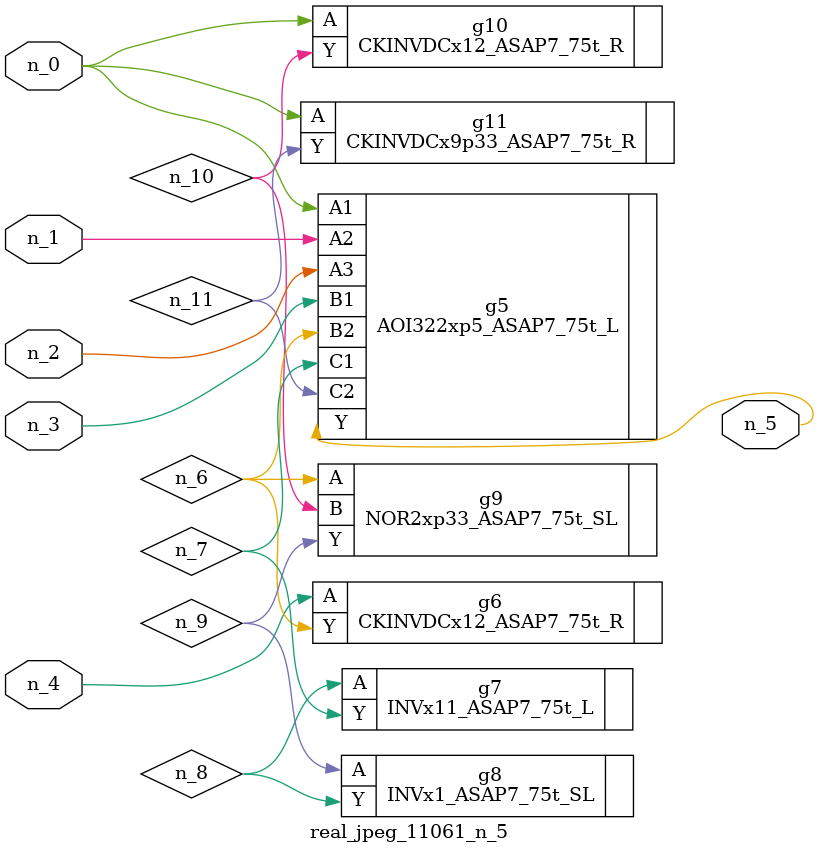
<source format=v>
module real_jpeg_11061_n_5 (n_4, n_0, n_1, n_2, n_3, n_5);

input n_4;
input n_0;
input n_1;
input n_2;
input n_3;

output n_5;

wire n_8;
wire n_11;
wire n_6;
wire n_7;
wire n_10;
wire n_9;

AOI322xp5_ASAP7_75t_L g5 ( 
.A1(n_0),
.A2(n_1),
.A3(n_2),
.B1(n_3),
.B2(n_6),
.C1(n_7),
.C2(n_11),
.Y(n_5)
);

CKINVDCx12_ASAP7_75t_R g10 ( 
.A(n_0),
.Y(n_10)
);

CKINVDCx9p33_ASAP7_75t_R g11 ( 
.A(n_0),
.Y(n_11)
);

CKINVDCx12_ASAP7_75t_R g6 ( 
.A(n_4),
.Y(n_6)
);

NOR2xp33_ASAP7_75t_SL g9 ( 
.A(n_6),
.B(n_10),
.Y(n_9)
);

INVx11_ASAP7_75t_L g7 ( 
.A(n_8),
.Y(n_7)
);

INVx1_ASAP7_75t_SL g8 ( 
.A(n_9),
.Y(n_8)
);


endmodule
</source>
